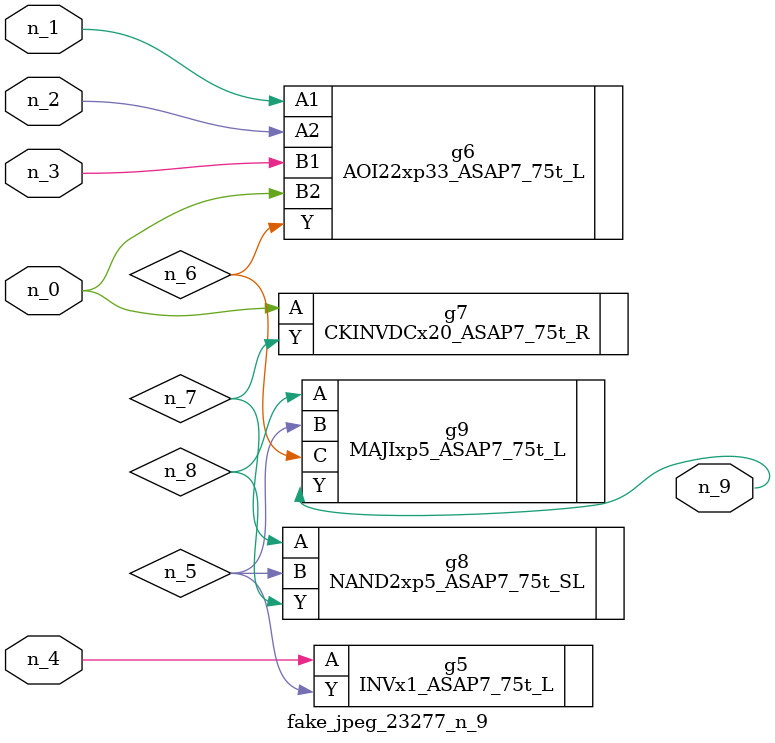
<source format=v>
module fake_jpeg_23277_n_9 (n_3, n_2, n_1, n_0, n_4, n_9);

input n_3;
input n_2;
input n_1;
input n_0;
input n_4;

output n_9;

wire n_8;
wire n_6;
wire n_5;
wire n_7;

INVx1_ASAP7_75t_L g5 ( 
.A(n_4),
.Y(n_5)
);

AOI22xp33_ASAP7_75t_L g6 ( 
.A1(n_1),
.A2(n_2),
.B1(n_3),
.B2(n_0),
.Y(n_6)
);

CKINVDCx20_ASAP7_75t_R g7 ( 
.A(n_0),
.Y(n_7)
);

NAND2xp5_ASAP7_75t_SL g8 ( 
.A(n_7),
.B(n_5),
.Y(n_8)
);

MAJIxp5_ASAP7_75t_L g9 ( 
.A(n_8),
.B(n_5),
.C(n_6),
.Y(n_9)
);


endmodule
</source>
